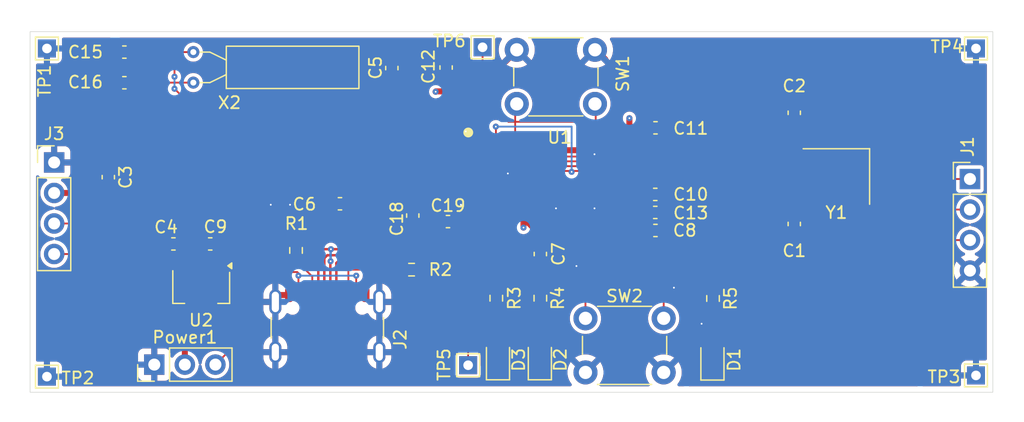
<source format=kicad_pcb>
(kicad_pcb (version 20241229) (generator "pcbnew") (generator_version "9.0")
  (layers (0 "F.Cu" signal) (4 "In1.Cu" signal) (6 "In2.Cu" signal) (2 "B.Cu" signal) (13 "F.Paste" user) (15 "B.Paste" user) (5 "F.SilkS" user "F.Silkscreen") (7 "B.SilkS" user "B.Silkscreen") (1 "F.Mask" user) (3 "B.Mask" user) (25 "Edge.Cuts" user))
  (net 0 "")
  (net 1 "GND")
  (net 2 "Net-(U1-XC1)")
  (net 3 "Net-(U1-XC2)")
  (net 4 "+3.3V")
  (net 5 "Net-(U1-DEC1)")
  (net 6 "Net-(U1-DEC5)")
  (net 7 "+5V")
  (net 8 "Net-(U1-DEC3)")
  (net 9 "/DEC4_6")
  (net 10 "Net-(U1-P0.00{slash}XL1)")
  (net 11 "Net-(U1-P0.01{slash}XL2)")
  (net 12 "Net-(U1-DECUSB)")
  (net 13 "Net-(D1-A)")
  (net 14 "Net-(D2-A)")
  (net 15 "Net-(D3-A)")
  (net 16 "Net-(J1-Pin_3)")
  (net 17 "Net-(J1-Pin_2)")
  (net 18 "Net-(J1-Pin_1)")
  (net 20 "/USBD+")
  (net 21 "/USBD-")
  (net 22 "Net-(J2-CC1)")
  (net 23 "Net-(J2-CC2)")
  (net 25 "Net-(J3-Pin_3)")
  (net 26 "Net-(J3-Pin_4)")
  (net 27 "/LED3")
  (net 28 "/LED2")
  (net 29 "/LED1")
  (net 30 "/BUTTON1")
  (footprint "Button_Switch_THT:SW_PUSH_6mm_H9.5mm" (layer "F.Cu") (at 140.44 81.51)
    (property "Reference" "SW1" (at 8.81 1.99 90) (layer "F.SilkS"))
    (property "Value" "SW_Push")
    (pad "1" thru_hole circle (at 0 0 90) (size 2 2) (drill 1.1) (layers "*.Cu" "*.Mask") (net 1 "GND"))
    (pad "1" thru_hole circle (at 6.5 0 90) (size 2 2) (drill 1.1) (layers "*.Cu" "*.Mask") (net 1 "GND"))
    (pad "2" thru_hole circle (at 0 4.5 90) (size 2 2) (drill 1.1) (layers "*.Cu" "*.Mask") (net 30 "/BUTTON1"))
    (pad "2" thru_hole circle (at 6.5 4.5 90) (size 2 2) (drill 1.1) (layers "*.Cu" "*.Mask") (net 30 "/BUTTON1"))
  )
  (footprint "E7020E:TestPoint_THTPad_1.5x1.5mm_Drill0.8mm" (layer "F.Cu") (at 178.6 81.4)
    (property "Reference" "TP4" (at -2.41 -0.14 0) (layer "F.SilkS"))
    (property "Value" "~")
    (pad "1" thru_hole rect (at 0 0) (size 1.5 1.5) (drill 0.8) (layers "*.Cu" "*.Mask") (net 1 "GND"))
  )
  (footprint "E7020E:TestPoint_THTPad_1.5x1.5mm_Drill0.8mm" (layer "F.Cu") (at 101.4 81.4)
    (property "Reference" "TP1" (at -0.2 2.7 90) (layer "F.SilkS"))
    (property "Value" "~")
    (pad "1" thru_hole rect (at 0 0) (size 1.5 1.5) (drill 0.8) (layers "*.Cu" "*.Mask") (net 1 "GND"))
  )
  (footprint "Connector_PinHeader_2.54mm:PinHeader_1x04_P2.54mm_Vertical" (layer "F.Cu") (at 178.1 92.26)
    (property "Reference" "J1" (at -0.2 -2.69 90) (layer "F.SilkS"))
    (property "Value" "SWD")
    (pad "1" thru_hole rect (at 0 0) (size 1.7 1.7) (drill 1) (layers "*.Cu" "*.Mask") (net 18 "Net-(J1-Pin_1)"))
    (pad "2" thru_hole circle (at 0 2.54) (size 1.7 1.7) (drill 1) (layers "*.Cu" "*.Mask") (net 17 "Net-(J1-Pin_2)"))
    (pad "3" thru_hole circle (at 0 5.08) (size 1.7 1.7) (drill 1) (layers "*.Cu" "*.Mask") (net 16 "Net-(J1-Pin_3)"))
    (pad "4" thru_hole circle (at 0 7.62) (size 1.7 1.7) (drill 1) (layers "*.Cu" "*.Mask") (net 1 "GND"))
  )
  (footprint "Capacitor_SMD:C_0603_1608Metric" (layer "F.Cu") (at 151.97 88)
    (property "Reference" "C11" (at 2.93 0.05 0) (layer "F.SilkS"))
    (property "Value" "100nF")
    (pad "1" smd roundrect (at -0.775 0) (size 0.9 0.95) (layers "F.Cu" "F.Mask" "F.Paste") (net 4 "+3.3V"))
    (pad "2" smd roundrect (at 0.775 0) (size 0.9 0.95) (layers "F.Cu" "F.Mask" "F.Paste") (net 1 "GND"))
  )
  (footprint "LED_SMD:LED_0805_2012Metric" (layer "F.Cu") (at 156.7 107.3 90)
    (property "Reference" "D1" (at 0 1.8 90) (layer "F.SilkS"))
    (property "Value" "LED")
    (pad "1" smd roundrect (at -0.9375 0 90) (size 0.975 1.4) (layers "F.Cu" "F.Mask" "F.Paste") (net 1 "GND"))
    (pad "2" smd roundrect (at 0.9375 0 90) (size 0.975 1.4) (layers "F.Cu" "F.Mask" "F.Paste") (net 13 "Net-(D1-A)"))
  )
  (footprint "Capacitor_SMD:C_0603_1608Metric" (layer "F.Cu") (at 130.06 83.03 90)
    (property "Reference" "C5" (at 0.03 -1.36 270) (layer "F.SilkS"))
    (property "Value" "100nF")
    (pad "1" smd roundrect (at -0.775 0 90) (size 0.9 0.95) (layers "F.Cu" "F.Mask" "F.Paste") (net 5 "Net-(U1-DEC1)"))
    (pad "2" smd roundrect (at 0.775 0 90) (size 0.9 0.95) (layers "F.Cu" "F.Mask" "F.Paste") (net 1 "GND"))
  )
  (footprint "Button_Switch_THT:SW_PUSH_6mm_H9.5mm" (layer "F.Cu") (at 152.65 108.35 180)
    (property "Reference" "SW2" (at 3.25 6.35 0) (layer "F.SilkS"))
    (property "Value" "RST")
    (pad "1" thru_hole circle (at 0 0 270) (size 2 2) (drill 1.1) (layers "*.Cu" "*.Mask") (net 1 "GND"))
    (pad "1" thru_hole circle (at 6.5 0 270) (size 2 2) (drill 1.1) (layers "*.Cu" "*.Mask") (net 1 "GND"))
    (pad "2" thru_hole circle (at 0 4.5 270) (size 2 2) (drill 1.1) (layers "*.Cu" "*.Mask") (net 16 "Net-(J1-Pin_3)"))
    (pad "2" thru_hole circle (at 6.5 4.5 270) (size 2 2) (drill 1.1) (layers "*.Cu" "*.Mask") (net 16 "Net-(J1-Pin_3)"))
  )
  (footprint "Capacitor_SMD:C_0603_1608Metric" (layer "F.Cu") (at 107.835 84.25)
    (property "Reference" "C16" (at -3.235 -0.05 0) (layer "F.SilkS"))
    (property "Value" "12pF")
    (pad "1" smd roundrect (at -0.775 0) (size 0.9 0.95) (layers "F.Cu" "F.Mask" "F.Paste") (net 1 "GND"))
    (pad "2" smd roundrect (at 0.775 0) (size 0.9 0.95) (layers "F.Cu" "F.Mask" "F.Paste") (net 11 "Net-(U1-P0.01{slash}XL2)"))
  )
  (footprint "Capacitor_SMD:C_0603_1608Metric" (layer "F.Cu") (at 131.8 95.3 -90)
    (property "Reference" "C18" (at 0.27 1.33 90) (layer "F.SilkS"))
    (property "Value" "4.7µF")
    (pad "1" smd roundrect (at -0.775 0 270) (size 0.9 0.95) (layers "F.Cu" "F.Mask" "F.Paste") (net 7 "+5V"))
    (pad "2" smd roundrect (at 0.775 0 270) (size 0.9 0.95) (layers "F.Cu" "F.Mask" "F.Paste") (net 1 "GND"))
  )
  (footprint "Capacitor_SMD:C_0603_1608Metric" (layer "F.Cu") (at 111.91 97.66 180)
    (property "Reference" "C4" (at 0.61 1.4 0) (layer "F.SilkS"))
    (property "Value" "2.2µF")
    (pad "1" smd roundrect (at -0.775 0 180) (size 0.9 0.95) (layers "F.Cu" "F.Mask" "F.Paste") (net 4 "+3.3V"))
    (pad "2" smd roundrect (at 0.775 0 180) (size 0.9 0.95) (layers "F.Cu" "F.Mask" "F.Paste") (net 1 "GND"))
  )
  (footprint "Capacitor_SMD:C_0603_1608Metric" (layer "F.Cu") (at 107.835 81.7)
    (property "Reference" "C15" (at -3.235 0 0) (layer "F.SilkS"))
    (property "Value" "12pF")
    (pad "1" smd roundrect (at -0.775 0) (size 0.9 0.95) (layers "F.Cu" "F.Mask" "F.Paste") (net 1 "GND"))
    (pad "2" smd roundrect (at 0.775 0) (size 0.9 0.95) (layers "F.Cu" "F.Mask" "F.Paste") (net 10 "Net-(U1-P0.00{slash}XL1)"))
  )
  (footprint "Package_TO_SOT_SMD:SOT-89-3" (layer "F.Cu") (at 114.22 101.25 -90)
    (property "Reference" "U2" (at 2.76 0.01 0) (layer "F.SilkS"))
    (property "Value" "MCP1700x-330xxMB")
    (pad "1" smd roundrect (at -1.95 -1.5 270) (size 1.3 0.9) (layers "F.Cu" "F.Mask" "F.Paste") (net 1 "GND"))
    (pad "2" smd custom (at -1.8625 0 270) (size 1.475 0.9) (layers "F.Cu" "F.Mask" "F.Paste") (net 7 "+5V") (options (clearance outline) (anchor rect)) (primitives (gr_poly (pts (xy 3.8625 0.8665) (xy 0.7375 0.8665) (xy 0.7375 -0.8665) (xy 3.8625 -0.8665)) (width 0) (fill yes))))
    (pad "3" smd roundrect (at -1.95 1.5 270) (size 1.3 0.9) (layers "F.Cu" "F.Mask" "F.Paste") (net 4 "+3.3V"))
  )
  (footprint "Connector_PinHeader_2.54mm:PinHeader_1x03_P2.54mm_Vertical" (layer "F.Cu") (at 110.32 107.7 90)
    (property "Reference" "Power1" (at 2.27 2.54 0) (layer "F.SilkS"))
    (property "Value" "-")
    (pad "1" thru_hole rect (at 0 0 90) (size 1.7 1.7) (drill 1) (layers "*.Cu" "*.Mask") (net 1 "GND"))
    (pad "2" thru_hole circle (at 0 2.54 90) (size 1.7 1.7) (drill 1) (layers "*.Cu" "*.Mask") (net 4 "+3.3V"))
    (pad "3" thru_hole circle (at 0 5.08 90) (size 1.7 1.7) (drill 1) (layers "*.Cu" "*.Mask") (net 7 "+5V"))
  )
  (footprint "Resistor_SMD:R_0603_1608Metric" (layer "F.Cu") (at 131.7 99.8 180)
    (property "Reference" "R2" (at -2.4 0 0) (layer "F.SilkS"))
    (property "Value" "5.1kOhm")
    (pad "1" smd roundrect (at -0.825 0 180) (size 0.8 0.95) (layers "F.Cu" "F.Mask" "F.Paste") (net 1 "GND"))
    (pad "2" smd roundrect (at 0.825 0 180) (size 0.8 0.95) (layers "F.Cu" "F.Mask" "F.Paste") (net 23 "Net-(J2-CC2)"))
  )
  (footprint "Resistor_SMD:R_0603_1608Metric" (layer "F.Cu") (at 156.75 102.1975 -90)
    (property "Reference" "R5" (at 0 -1.45 270) (layer "F.SilkS"))
    (property "Value" "330Ohm")
    (pad "1" smd roundrect (at -0.825 0 270) (size 0.8 0.95) (layers "F.Cu" "F.Mask" "F.Paste") (net 29 "/LED1"))
    (pad "2" smd roundrect (at 0.825 0 270) (size 0.8 0.95) (layers "F.Cu" "F.Mask" "F.Paste") (net 13 "Net-(D1-A)"))
  )
  (footprint "Capacitor_SMD:C_0603_1608Metric" (layer "F.Cu") (at 106.5 92.105 -90)
    (property "Reference" "C3" (at 0 -1.43 90) (layer "F.SilkS"))
    (property "Value" "1µF")
    (pad "1" smd roundrect (at -0.775 0 270) (size 0.9 0.95) (layers "F.Cu" "F.Mask" "F.Paste") (net 1 "GND"))
    (pad "2" smd roundrect (at 0.775 0 270) (size 0.9 0.95) (layers "F.Cu" "F.Mask" "F.Paste") (net 4 "+3.3V"))
  )
  (footprint "Capacitor_SMD:C_0603_1608Metric" (layer "F.Cu") (at 125.75 94.32 180)
    (property "Reference" "C6" (at 2.95 -0.04 0) (layer "F.SilkS"))
    (property "Value" "4.7µF")
    (pad "1" smd roundrect (at -0.775 0 180) (size 0.9 0.95) (layers "F.Cu" "F.Mask" "F.Paste") (net 4 "+3.3V"))
    (pad "2" smd roundrect (at 0.775 0 180) (size 0.9 0.95) (layers "F.Cu" "F.Mask" "F.Paste") (net 1 "GND"))
  )
  (footprint "E7020E:TestPoint_THTPad_1.5x1.5mm_Drill0.8mm" (layer "F.Cu") (at 101.4 108.7)
    (property "Reference" "TP2" (at 2.58 0.12 0) (layer "F.SilkS"))
    (property "Value" "~")
    (pad "1" thru_hole rect (at 0 0) (size 1.5 1.5) (drill 0.8) (layers "*.Cu" "*.Mask") (net 1 "GND"))
  )
  (footprint "Resistor_SMD:R_0603_1608Metric" (layer "F.Cu") (at 122.1 98.2 -90)
    (property "Reference" "R1" (at -2.23 -0.04 180) (layer "F.SilkS"))
    (property "Value" "5.1kOhm")
    (pad "1" smd roundrect (at -0.825 0 270) (size 0.8 0.95) (layers "F.Cu" "F.Mask" "F.Paste") (net 1 "GND"))
    (pad "2" smd roundrect (at 0.825 0 270) (size 0.8 0.95) (layers "F.Cu" "F.Mask" "F.Paste") (net 22 "Net-(J2-CC1)"))
  )
  (footprint "Crystal:Crystal_AT310_D3.0mm_L10.0mm_Horizontal" (layer "F.Cu") (at 113.565 84.24 90)
    (property "Reference" "X2" (at -1.67 3.0025 0) (layer "F.SilkS"))
    (property "Value" "32kHz")
    (pad "1" thru_hole circle (at 0 0 90) (size 1 1) (drill 0.5) (layers "*.Cu" "*.Mask") (net 11 "Net-(U1-P0.01{slash}XL2)"))
    (pad "2" thru_hole circle (at 2.54 0 90) (size 1 1) (drill 0.5) (layers "*.Cu" "*.Mask") (net 10 "Net-(U1-P0.00{slash}XL1)"))
  )
  (footprint "Capacitor_SMD:C_0603_1608Metric" (layer "F.Cu") (at 163.5 96 -90)
    (property "Reference" "C1" (at 2.23 0 0) (layer "F.SilkS"))
    (property "Value" "12pF")
    (pad "1" smd roundrect (at -0.775 0 270) (size 0.9 0.95) (layers "F.Cu" "F.Mask" "F.Paste") (net 2 "Net-(U1-XC1)"))
    (pad "2" smd roundrect (at 0.775 0 270) (size 0.9 0.95) (layers "F.Cu" "F.Mask" "F.Paste") (net 1 "GND"))
  )
  (footprint "Capacitor_SMD:C_0603_1608Metric" (layer "F.Cu") (at 134.725 95.8 180)
    (property "Reference" "C19" (at 0 1.33 0) (layer "F.SilkS"))
    (property "Value" "4.7µF")
    (pad "1" smd roundrect (at -0.775 0 180) (size 0.9 0.95) (layers "F.Cu" "F.Mask" "F.Paste") (net 12 "Net-(U1-DECUSB)"))
    (pad "2" smd roundrect (at 0.775 0 180) (size 0.9 0.95) (layers "F.Cu" "F.Mask" "F.Paste") (net 1 "GND"))
  )
  (footprint "Capacitor_SMD:C_0603_1608Metric" (layer "F.Cu") (at 163.5 86.75 90)
    (property "Reference" "C2" (at 2.23 0 180) (layer "F.SilkS"))
    (property "Value" "12pF")
    (pad "1" smd roundrect (at -0.775 0 90) (size 0.9 0.95) (layers "F.Cu" "F.Mask" "F.Paste") (net 3 "Net-(U1-XC2)"))
    (pad "2" smd roundrect (at 0.775 0 90) (size 0.9 0.95) (layers "F.Cu" "F.Mask" "F.Paste") (net 1 "GND"))
  )
  (footprint "E7020E:TestPoint_THTPad_1.5x1.5mm_Drill0.8mm" (layer "F.Cu") (at 137.6 81.3)
    (property "Reference" "TP6" (at -2.76 -0.52 0) (layer "F.SilkS"))
    (property "Value" "~")
    (pad "1" thru_hole rect (at 0 0) (size 1.5 1.5) (drill 0.8) (layers "*.Cu" "*.Mask") (net 30 "/BUTTON1"))
  )
  (footprint "Capacitor_SMD:C_0603_1608Metric" (layer "F.Cu") (at 151.965 96.54)
    (property "Reference" "C8" (at 2.435 0 180) (layer "F.SilkS"))
    (property "Value" "820pF")
    (pad "1" smd roundrect (at -0.775 0) (size 0.9 0.95) (layers "F.Cu" "F.Mask" "F.Paste") (net 6 "Net-(U1-DEC5)"))
    (pad "2" smd roundrect (at 0.775 0) (size 0.9 0.95) (layers "F.Cu" "F.Mask" "F.Paste") (net 1 "GND"))
  )
  (footprint "LED_SMD:LED_0805_2012Metric" (layer "F.Cu") (at 142.36 107.2775 90)
    (property "Reference" "D2" (at -0.0225 1.7 90) (layer "F.SilkS"))
    (property "Value" "LED")
    (pad "1" smd roundrect (at -0.9375 0 90) (size 0.975 1.4) (layers "F.Cu" "F.Mask" "F.Paste") (net 1 "GND"))
    (pad "2" smd roundrect (at 0.9375 0 90) (size 0.975 1.4) (layers "F.Cu" "F.Mask" "F.Paste") (net 14 "Net-(D2-A)"))
  )
  (footprint "LED_SMD:LED_0805_2012Metric" (layer "F.Cu") (at 138.88 107.2775 90)
    (property "Reference" "D3" (at -0.0225 1.72 90) (layer "F.SilkS"))
    (property "Value" "LED")
    (pad "1" smd roundrect (at -0.9375 0 90) (size 0.975 1.4) (layers "F.Cu" "F.Mask" "F.Paste") (net 1 "GND"))
    (pad "2" smd roundrect (at 0.9375 0 90) (size 0.975 1.4) (layers "F.Cu" "F.Mask" "F.Paste") (net 15 "Net-(D3-A)"))
  )
  (footprint "E7020E:TestPoint_THTPad_1.5x1.5mm_Drill0.8mm" (layer "F.Cu") (at 178.6 108.6)
    (property "Reference" "TP3" (at -2.66 0.12 0) (layer "F.SilkS"))
    (property "Value" "~")
    (pad "1" thru_hole rect (at 0 0) (size 1.5 1.5) (drill 0.8) (layers "*.Cu" "*.Mask") (net 1 "GND"))
  )
  (footprint "Capacitor_SMD:C_0603_1608Metric" (layer "F.Cu") (at 151.95 95.04 180)
    (property "Reference" "C13" (at -2.95 -0.05 180) (layer "F.SilkS"))
    (property "Value" "1µF")
    (pad "1" smd roundrect (at -0.775 0 180) (size 0.9 0.95) (layers "F.Cu" "F.Mask" "F.Paste") (net 1 "GND"))
    (pad "2" smd roundrect (at 0.775 0 180) (size 0.9 0.95) (layers "F.Cu" "F.Mask" "F.Paste") (net 9 "/DEC4_6"))
  )
  (footprint "Capacitor_SMD:C_0603_1608Metric" (layer "F.Cu") (at 151.95 93.54)
    (property "Reference" "C10" (at 2.95 0 0) (layer "F.SilkS"))
    (property "Value" "100pF")
    (pad "1" smd roundrect (at -0.775 0) (size 0.9 0.95) (layers "F.Cu" "F.Mask" "F.Paste") (net 8 "Net-(U1-DEC3)"))
    (pad "2" smd roundrect (at 0.775 0) (size 0.9 0.95) (layers "F.Cu" "F.Mask" "F.Paste") (net 1 "GND"))
  )
  (footprint "Connector_USB:USB_C_Receptacle_GCT_USB4105-xx-A_16P_TopMnt_Horizontal" (layer "F.Cu") (at 124.7 105.59)
    (property "Reference" "J2" (at 6.06 0.01 90) (layer "F.SilkS"))
    (property "Value" "USB_C_Receptacle_USB2.0_16P")
    (pad "" np_thru_hole circle (at -2.89 -2.605) (size 0.65 0.65) (drill 0.65) (layers "*.Cu" "*.Mask"))
    (pad "" np_thru_hole circle (at 2.89 -2.605) (size 0.65 0.65) (drill 0.65) (layers "*.Cu" "*.Mask"))
    (pad "A1" smd roundrect (at -3.2 -3.68) (size 0.6 1.15) (layers "F.Cu" "F.Mask" "F.Paste") (net 1 "GND"))
    (pad "A4" smd roundrect (at -2.4 -3.68) (size 0.6 1.15) (layers "F.Cu" "F.Mask" "F.Paste") (net 7 "+5V"))
    (pad "A5" smd roundrect (at -1.25 -3.68) (size 0.3 1.15) (layers "F.Cu" "F.Mask" "F.Paste") (net 22 "Net-(J2-CC1)"))
    (pad "A6" smd roundrect (at -0.25 -3.68) (size 0.3 1.15) (layers "F.Cu" "F.Mask" "F.Paste") (net 20 "/USBD+"))
    (pad "A7" smd roundrect (at 0.25 -3.68) (size 0.3 1.15) (layers "F.Cu" "F.Mask" "F.Paste") (net 21 "/USBD-"))
    (pad "A8" smd roundrect (at 1.25 -3.68) (size 0.3 1.15) (layers "F.Cu" "F.Mask" "F.Paste"))
    (pad "A9" smd roundrect (at 2.4 -3.68) (size 0.6 1.15) (layers "F.Cu" "F.Mask" "F.Paste") (net 7 "+5V"))
    (pad "A12" smd roundrect (at 3.2 -3.68) (size 0.6 1.15) (layers "F.Cu" "F.Mask" "F.Paste") (net 1 "GND"))
    (pad "B1" smd roundrect (at 3.2 -3.68) (size 0.6 1.15) (layers "F.Cu" "F.Mask" "F.Paste") (net 1 "GND"))
    (pad "B4" smd roundrect (at 2.4 -3.68) (size 0.6 1.15) (layers "F.Cu" "F.Mask" "F.Paste") (net 7 "+5V"))
    (pad "B5" smd roundrect (at 1.75 -3.68) (size 0.3 1.15) (layers "F.Cu" "F.Mask" "F.Paste") (net 23 "Net-(J2-CC2)"))
    (pad "B6" smd roundrect (at 0.75 -3.68) (size 0.3 1.15) (layers "F.Cu" "F.Mask" "F.Paste") (net 20 "/USBD+"))
    (pad "B7" smd roundrect (at -0.75 -3.68) (size 0.3 1.15) (layers "F.Cu" "F.Mask" "F.Paste") (net 21 "/USBD-"))
    (pad "B8" smd roundrect (at -1.75 -3.68) (size 0.3 1.15) (layers "F.Cu" "F.Mask" "F.Paste"))
    (pad "B9" smd roundrect (at -2.4 -3.68) (size 0.6 1.15) (layers "F.Cu" "F.Mask" "F.Paste") (net 7 "+5V"))
    (pad "B12" smd roundrect (at -3.2 -3.68) (size 0.6 1.15) (layers "F.Cu" "F.Mask" "F.Paste") (net 1 "GND"))
    (pad "S1" thru_hole oval (at -4.32 -3.105) (size 1 2.1) (drill oval 0.6 1.7) (property pad_prop_heatsink) (layers "*.Cu" "*.Mask" "F.Paste") (net 1 "GND"))
    (pad "S1" thru_hole oval (at -4.32 1.075) (size 1 1.8) (drill oval 0.6 1.4) (property pad_prop_heatsink) (layers "*.Cu" "*.Mask" "F.Paste") (net 1 "GND"))
    (pad "S1" thru_hole oval (at 4.32 -3.105) (size 1 2.1) (drill oval 0.6 1.7) (property pad_prop_heatsink) (layers "*.Cu" "*.Mask" "F.Paste") (net 1 "GND"))
    (pad "S1" thru_hole oval (at 4.32 1.075) (size 1 1.8) (drill oval 0.6 1.4) (property pad_prop_heatsink) (layers "*.Cu" "*.Mask" "F.Paste") (net 1 "GND"))
  )
  (footprint "E7020E:TestPoint_THTPad_1.5x1.5mm_Drill0.8mm" (layer "F.Cu") (at 136.4 107.75)
    (property "Reference" "TP5" (at -2 -0.05 90) (layer "F.SilkS"))
    (property "Value" "~")
    (pad "1" thru_hole rect (at 0 0) (size 1.5 1.5) (drill 0.8) (layers "*.Cu" "*.Mask") (net 27 "/LED3"))
  )
  (footprint "Connector_PinHeader_2.54mm:PinHeader_1x04_P2.54mm_Vertical" (layer "F.Cu") (at 102 90.88)
    (property "Reference" "J3" (at 0 -2.38 0) (layer "F.SilkS"))
    (property "Value" "DISP")
    (pad "1" thru_hole rect (at 0 0) (size 1.7 1.7) (drill 1) (layers "*.Cu" "*.Mask") (net 1 "GND"))
    (pad "2" thru_hole circle (at 0 2.54) (size 1.7 1.7) (drill 1) (layers "*.Cu" "*.Mask") (net 4 "+3.3V"))
    (pad "3" thru_hole circle (at 0 5.08) (size 1.7 1.7) (drill 1) (layers "*.Cu" "*.Mask") (net 25 "Net-(J3-Pin_3)"))
    (pad "4" thru_hole circle (at 0 7.62) (size 1.7 1.7) (drill 1) (layers "*.Cu" "*.Mask") (net 26 "Net-(J3-Pin_4)"))
  )
  (footprint "Crystal:Crystal_SMD_3225-4Pin_3.2x2.5mm_HandSoldering" (layer "F.Cu") (at 167 92.05 180)
    (property "Reference" "Y1" (at 0 -3 0) (layer "F.SilkS"))
    (property "Value" "32MHz")
    (pad "1" smd roundrect (at -1.45 1.15 180) (size 2.1 1.8) (layers "F.Cu" "F.Mask" "F.Paste") (roundrect_rratio 0.138889) (net 3 "Net-(U1-XC2)"))
    (pad "2" smd roundrect (at 1.45 1.15 180) (size 2.1 1.8) (layers "F.Cu" "F.Mask" "F.Paste") (roundrect_rratio 0.138889) (net 1 "GND"))
    (pad "3" smd roundrect (at 1.45 -1.15 180) (size 2.1 1.8) (layers "F.Cu" "F.Mask" "F.Paste") (roundrect_rratio 0.138889) (net 2 "Net-(U1-XC1)"))
    (pad "4" smd roundrect (at -1.45 -1.15 180) (size 2.1 1.8) (layers "F.Cu" "F.Mask" "F.Paste") (roundrect_rratio 0.138889) (net 1 "GND"))
  )
  (footprint "Resistor_SMD:R_0603_1608Metric" (layer "F.Cu") (at 142.4 102.175 -90)
    (property "Reference" "R4" (at 0 -1.45 270) (layer "F.SilkS"))
    (property "Value" "330Ohm")
    (pad "1" smd roundrect (at -0.825 0 270) (size 0.8 0.95) (layers "F.Cu" "F.Mask" "F.Paste") (net 28 "/LED2"))
    (pad "2" smd roundrect (at 0.825 0 270) (size 0.8 0.95) (layers "F.Cu" "F.Mask" "F.Paste") (net 14 "Net-(D2-A)"))
  )
  (footprint "Capacitor_SMD:C_0603_1608Metric" (layer "F.Cu") (at 134.57 82.985 90)
    (property "Reference" "C12" (at 0.085 -1.47 270) (layer "F.SilkS"))
    (property "Value" "1.0µF")
    (pad "1" smd roundrect (at -0.775 0 90) (size 0.9 0.95) (layers "F.Cu" "F.Mask" "F.Paste") (net 4 "+3.3V"))
    (pad "2" smd roundrect (at 0.775 0 90) (size 0.9 0.95) (layers "F.Cu" "F.Mask" "F.Paste") (net 1 "GND"))
  )
  (footprint "Capacitor_SMD:C_0603_1608Metric" (layer "F.Cu") (at 114.97 97.66)
    (property "Reference" "C9" (at 0.43 -1.43 0) (layer "F.SilkS"))
    (property "Value" "2.2µF")
    (pad "1" smd roundrect (at -0.775 0) (size 0.9 0.95) (layers "F.Cu" "F.Mask" "F.Paste") (net 7 "+5V"))
    (pad "2" smd roundrect (at 0.775 0) (size 0.9 0.95) (layers "F.Cu" "F.Mask" "F.Paste") (net 1 "GND"))
  )
  (footprint "Capacitor_SMD:C_0603_1608Metric" (layer "F.Cu") (at 142.4 98.5 -90)
    (property "Reference" "C7" (at 0 -1.5 270) (layer "F.SilkS"))
    (property "Value" "100nF")
    (pad "1" smd roundrect (at -0.775 0 270) (size 0.9 0.95) (layers "F.Cu" "F.Mask" "F.Paste") (net 4 "+3.3V"))
    (pad "2" smd roundrect (at 0.775 0 270) (size 0.9 0.95) (layers "F.Cu" "F.Mask" "F.Paste") (net 1 "GND"))
  )
  (footprint "Resistor_SMD:R_0603_1608Metric" (layer "F.Cu") (at 138.74 102.175 -90)
    (property "Reference" "R3" (at 0 -1.5 270) (layer "F.SilkS"))
    (property "Value" "330Ohm")
    (pad "1" smd roundrect (at -0.825 0 270) (size 0.8 0.95) (layers "F.Cu" "F.Mask" "F.Paste") (net 27 "/LED3"))
    (pad "2" smd roundrect (at 0.825 0 270) (size 0.8 0.95) (layers "F.Cu" "F.Mask" "F.Paste") (net 15 "Net-(D3-A)"))
  )
  (footprint "E7020E:QFN-40-1EP_5x5mm_P0.4mm_EP3.6x3.6mm" (layer "F.Cu") (at 139.71 91.79)
    (property "Reference" "U1" (at 4.29 -2.99 0) (layer "F.SilkS"))
    (property "Value" "nRF52833-QDxx")
    (fp_poly (pts (xy -2.5 -2.5) (xy -2.5 -3) (xy -2.6 -3) (xy -2.6 -2.6) (xy -3 -2.6) (xy -3 -2.5)) (stroke (width 0.2)) (fill yes) (layer "F.Cu"))
    (fp_poly (pts (xy -2.5 2.5) (xy -3 2.5) (xy -3 2.6) (xy -2.6 2.6) (xy -2.6 3) (xy -2.5 3)) (stroke (width 0.2)) (fill yes) (layer "F.Cu"))
    (fp_poly (pts (xy 2.5 -2.5) (xy 3 -2.5) (xy 3 -2.6) (xy 2.6 -2.6) (xy 2.6 -3) (xy 2.5 -3)) (stroke (width 0.2)) (fill yes) (layer "F.Cu"))
    (fp_poly (pts (xy 2.5 2.5) (xy 2.5 3) (xy 2.6 3) (xy 2.6 2.6) (xy 3 2.6) (xy 3 2.5)) (stroke (width 0.2)) (fill yes) (layer "F.Cu"))
    (pad "1" smd roundrect (at -2.49 -1.8) (size 0.725 0.25) (layers "F.Cu" "F.Mask") (net 5 "Net-(U1-DEC1)"))
    (pad "2" smd roundrect (at -2.49 -1.4) (size 0.725 0.25) (layers "F.Cu" "F.Mask") (net 10 "Net-(U1-P0.00{slash}XL1)"))
    (pad "3" smd roundrect (at -2.49 -1) (size 0.725 0.25) (layers "F.Cu" "F.Mask") (net 11 "Net-(U1-P0.01{slash}XL2)"))
    (pad "4" smd roundrect (at -2.49 -0.6) (size 0.725 0.25) (layers "F.Cu" "F.Mask"))
    (pad "5" smd roundrect (at -2.49 -0.2) (size 0.725 0.25) (layers "F.Cu" "F.Mask"))
    (pad "6" smd roundrect (at -2.49 0.2) (size 0.725 0.25) (layers "F.Cu" "F.Mask") (net 25 "Net-(J3-Pin_3)"))
    (pad "7" smd roundrect (at -2.49 0.6) (size 0.725 0.25) (layers "F.Cu" "F.Mask") (net 26 "Net-(J3-Pin_4)"))
    (pad "8" smd roundrect (at -2.49 1) (size 0.725 0.25) (layers "F.Cu" "F.Mask") (net 4 "+3.3V"))
    (pad "9" smd roundrect (at -2.49 1.4) (size 0.725 0.25) (layers "F.Cu" "F.Mask") (net 4 "+3.3V"))
    (pad "10" smd roundrect (at -2.49 1.8) (size 0.725 0.25) (layers "F.Cu" "F.Mask") (net 7 "+5V"))
    (pad "11" smd roundrect (at -1.8 2.49) (size 0.25 0.725) (layers "F.Cu" "F.Mask") (net 12 "Net-(U1-DECUSB)"))
    (pad "12" smd roundrect (at -1.4 2.49) (size 0.25 0.725) (layers "F.Cu" "F.Mask") (net 21 "/USBD-"))
    (pad "13" smd roundrect (at -1 2.49) (size 0.25 0.725) (layers "F.Cu" "F.Mask") (net 20 "/USBD+"))
    (pad "14" smd roundrect (at -0.6 2.49) (size 0.25 0.725) (layers "F.Cu" "F.Mask") (net 27 "/LED3"))
    (pad "15" smd roundrect (at -0.2 2.49) (size 0.25 0.725) (layers "F.Cu" "F.Mask") (net 28 "/LED2"))
    (pad "16" smd roundrect (at 0.2 2.49) (size 0.25 0.725) (layers "F.Cu" "F.Mask") (net 16 "Net-(J1-Pin_3)"))
    (pad "17" smd roundrect (at 0.6 2.49) (size 0.25 0.725) (layers "F.Cu" "F.Mask") (net 29 "/LED1"))
    (pad "18" smd roundrect (at 1 2.49) (size 0.25 0.725) (layers "F.Cu" "F.Mask") (net 4 "+3.3V"))
    (pad "19" smd roundrect (at 1.4 2.49) (size 0.25 0.725) (layers "F.Cu" "F.Mask") (net 17 "Net-(J1-Pin_2)"))
    (pad "20" smd roundrect (at 1.8 2.49) (size 0.25 0.725) (layers "F.Cu" "F.Mask") (net 18 "Net-(J1-Pin_1)"))
    (pad "21" smd roundrect (at 2.49 1.8) (size 0.725 0.25) (layers "F.Cu" "F.Mask") (net 6 "Net-(U1-DEC5)"))
    (pad "22" smd roundrect (at 2.49 1.4) (size 0.725 0.25) (layers "F.Cu" "F.Mask"))
    (pad "23" smd roundrect (at 2.49 1) (size 0.725 0.25) (layers "F.Cu" "F.Mask"))
    (pad "24" smd roundrect (at 2.49 0.6) (size 0.725 0.25) (layers "F.Cu" "F.Mask"))
    (pad "25" smd roundrect (at 2.49 0.2) (size 0.725 0.25) (layers "F.Cu" "F.Mask"))
    (pad "26" smd roundrect (at 2.49 -0.2) (size 0.725 0.25) (layers "F.Cu" "F.Mask") (net 9 "/DEC4_6"))
    (pad "27" smd roundrect (at 2.49 -0.6) (size 0.725 0.25) (layers "F.Cu" "F.Mask") (net 8 "Net-(U1-DEC3)"))
    (pad "28" smd roundrect (at 2.49 -1) (size 0.725 0.25) (layers "F.Cu" "F.Mask") (net 2 "Net-(U1-XC1)"))
    (pad "29" smd roundrect (at 2.49 -1.4) (size 0.725 0.25) (layers "F.Cu" "F.Mask") (net 3 "Net-(U1-XC2)"))
    (pad "30" smd roundrect (at 2.49 -1.8) (size 0.725 0.25) (layers "F.Cu" "F.Mask") (net 4 "+3.3V"))
    (pad "31" smd roundrect (at 1.8 -2.49) (size 0.25 0.725) (layers "F.Cu" "F.Mask"))
    (pad "32" smd roundrect (at 1.4 -2.49) (size 0.25 0.725) (layers "F.Cu" "F.Mask"))
    (pad "33" smd roundrect (at 1 -2.49) (size 0.25 0.725) (layers "F.Cu" "F.Mask"))
    (pad "34" smd roundrect (at 0.6 -2.49) (size 0.25 0.725) (layers "F.Cu" "F.Mask") (net 30 "/BUTTON1"))
    (pad "35" smd roundrect (at 0.2 -2.49) (size 0.25 0.725) (layers "F.Cu" "F.Mask"))
    (pad "36" smd roundrect (at -0.2 -2.49) (size 0.25 0.725) (layers "F.Cu" "F.Mask"))
    (pad "37" smd roundrect (at -0.6 -2.49) (size 0.25 0.725) (layers "F.Cu" "F.Mask") (net 1 "GND"))
    (pad "38" smd roundrect (at -1 -2.49) (size 0.25 0.725) (layers "F.Cu" "F.Mask") (net 9 "/DEC4_6"))
    (pad "39" smd roundrect (at -1.4 -2.49) (size 0.25 0.725) (layers "F.Cu" "F.Mask"))
    (pad "40" smd roundrect (at -1.8 -2.49) (size 0.25 0.725) (layers "F.Cu" "F.Mask") (net 4 "+3.3V"))
    (pad "41" smd rect (at 0 0) (size 3.5 3.5) (property pad_prop_heatsink) (layers "F.Cu" "F.Mask") (net 1 "GND"))
  )
  (gr_rect (start 100 80) (end 180 110) (stroke (width 0.05)) (fill no) (layer "Edge.Cuts"))
  (segment (start 146.94 81.51) (end 147.01 81.51) (width 0.5) (layer "F.Cu") (net 1))
  (segment (start 147.01 81.51) (end 147.8 82.3) (width 0.5) (layer "F.Cu") (net 1))
  (segment (start 102 90.88) (end 106.05 90.88) (width 0.5) (layer "F.Cu") (net 1))
  (segment (start 165.55 90.9) (end 163.7 90.9) (width 0.5) (layer "F.Cu") (net 1))
  (segment (start 140.44 81.56) (end 139.5 82.5) (width 0.5) (layer "F.Cu") (net 1))
  (segment (start 106.5 91.33) (end 106.46 91.29) (width 0.5) (layer "F.Cu") (net 1))
  (segment (start 139.71 91.79) (end 139.7 91.8) (width 0.5) (layer "F.Cu") (net 1))
  (segment (start 127.9 101.91) (end 127.9 100.5) (width 0.5) (layer "F.Cu") (net 1))
  (segment (start 121.5 101.91) (end 121.5 100.6) (width 0.5) (layer "F.Cu") (net 1))
  (segment (start 124.975 94.32) (end 124.12 94.32) (width 0.5) (layer "F.Cu") (net 1))
  (segment (start 140.44 81.51) (end 140.44 81.56) (width 0.5) (layer "F.Cu") (net 1))
  (segment (start 178.6 81.4) (end 178.6 82.6) (width 0.5) (layer "F.Cu") (net 1))
  (segment (start 139.11 89.89) (end 139.1 89.9) (width 0.2) (layer "F.Cu") (net 1))
  (segment (start 139.11 89.3) (end 139.11 89.89) (width 0.2) (layer "F.Cu") (net 1))
  (segment (start 106.05 90.88) (end 106.5 91.33) (width 0.5) (layer "F.Cu") (net 1))
  (via (at 135.8 94.4) (size 0.5) (drill 0.15) (layers "F.Cu" "B.Cu") (net 1))
  (via (at 145.4 99.5) (size 0.5) (drill 0.15) (layers "F.Cu" "B.Cu") (net 1))
  (via (at 120 94.4) (size 0.5) (drill 0.15) (layers "F.Cu" "B.Cu") (net 1))
  (via (at 136.2 88.3) (size 0.5) (drill 0.15) (layers "F.Cu" "B.Cu") (net 1))
  (via (at 143.7 94.7) (size 0.5) (drill 0.15) (layers "F.Cu" "B.Cu") (net 1))
  (via (at 155.8 104.3) (size 0.5) (drill 0.15) (layers "F.Cu" "B.Cu") (net 1))
  (via (at 146.9 94.7) (size 0.5) (drill 0.15) (layers "F.Cu" "B.Cu") (net 1))
  (via (at 153.5 101.3) (size 0.5) (drill 0.15) (layers "F.Cu" "B.Cu") (net 1))
  (via (at 121.6 94.4) (size 0.5) (drill 0.15) (layers "F.Cu" "B.Cu") (net 1))
  (via (at 139.7 91.8) (size 0.5) (drill 0.15) (layers "F.Cu" "B.Cu") (net 1))
  (via (at 146.9 90.2) (size 0.5) (drill 0.15) (layers "F.Cu" "B.Cu") (net 1))
  (segment (start 153.5 102) (end 155.8 104.3) (width 0.5) (layer "B.Cu") (net 1))
  (segment (start 146.9 94.7) (end 146.9 90.2) (width 0.5) (layer "B.Cu") (net 1))
  (segment (start 146.9 94.7) (end 145.4 96.2) (width 0.5) (layer "B.Cu") (net 1))
  (segment (start 153.5 101.3) (end 153.5 102) (width 0.5) (layer "B.Cu") (net 1))
  (segment (start 138.4 91.8) (end 135.8 94.4) (width 0.5) (layer "B.Cu") (net 1))
  (segment (start 146.9 94.7) (end 153.5 101.3) (width 0.5) (layer "B.Cu") (net 1))
  (segment (start 142.6 94.7) (end 143.7 94.7) (width 0.5) (layer "B.Cu") (net 1))
  (segment (start 139.7 91.8) (end 138.4 91.8) (width 0.5) (layer "B.Cu") (net 1))
  (segment (start 135.8 94.4) (end 121.6 94.4) (width 0.5) (layer "B.Cu") (net 1))
  (segment (start 139.7 91.8) (end 142.6 94.7) (width 0.5) (layer "B.Cu") (net 1))
  (segment (start 121.6 94.4) (end 120 94.4) (width 0.5) (layer "B.Cu") (net 1))
  (segment (start 145.4 96.2) (end 145.4 99.5) (width 0.5) (layer "B.Cu") (net 1))
  (segment (start 139.7 91.8) (end 136.2 88.3) (width 0.5) (layer "B.Cu") (net 1))
  (segment (start 143.7 94.7) (end 146.9 94.7) (width 0.5) (layer "B.Cu") (net 1))
  (segment (start 163.5 93.2) (end 158.2 93.2) (width 0.15) (layer "F.Cu") (net 2))
  (segment (start 155.79 90.79) (end 142.2 90.79) (width 0.15) (layer "F.Cu") (net 2))
  (segment (start 163.5 93.2) (end 163.5 95.225) (width 0.15) (layer "F.Cu") (net 2))
  (segment (start 165.55 93.2) (end 163.5 93.2) (width 0.15) (layer "F.Cu") (net 2))
  (segment (start 158.2 93.2) (end 155.79 90.79) (width 0.15) (layer "F.Cu") (net 2))
  (segment (start 168.45 90.9) (end 167.05 89.5) (width 0.15) (layer "F.Cu") (net 3))
  (segment (start 146.673166 89.5) (end 145.783166 90.39) (width 0.15) (layer "F.Cu") (net 3))
  (segment (start 145.783166 90.39) (end 142.2 90.39) (width 0.15) (layer "F.Cu") (net 3))
  (segment (start 166 89.5) (end 163.5 89.5) (width 0.15) (layer "F.Cu") (net 3))
  (segment (start 163.5 89.5) (end 163.5 87.525) (width 0.15) (layer "F.Cu") (net 3))
  (segment (start 167.05 89.5) (end 166 89.5) (width 0.15) (layer "F.Cu") (net 3))
  (segment (start 163.5 89.5) (end 146.673166 89.5) (width 0.15) (layer "F.Cu") (net 3))
  (segment (start 142.4 96.9) (end 141 95.5) (width 0.5) (layer "F.Cu") (net 4))
  (segment (start 141 95.5) (end 140.8 95.3) (width 0.5) (layer "F.Cu") (net 4))
  (segment (start 149.8 88) (end 149.8 87.2) (width 0.5) (layer "F.Cu") (net 4))
  (segment (start 112.685 93.815) (end 113.584 92.916) (width 0.5) (layer "F.Cu") (net 4))
  (segment (start 137.8 88.2) (end 137.784 88.216) (width 0.5) (layer "F.Cu") (net 4))
  (segment (start 105.96 93.42) (end 106.5 92.88) (width 0.5) (layer "F.Cu") (net 4))
  (segment (start 140.71 95.21) (end 140.8 95.3) (width 0.2) (layer "F.Cu") (net 4))
  (segment (start 145.636 89.864) (end 142.326 89.864) (width 0.5) (layer "F.Cu") (net 4))
  (segment (start 137.784 88.216) (end 137.784 89.3) (width 0.5) (layer "F.Cu") (net 4))
  (segment (start 134.57 84.97) (end 137.8 88.2) (width 0.5) (layer "F.Cu") (net 4))
  (segment (start 134.57 83.76) (end 134.57 84.97) (width 0.5) (layer "F.Cu") (net 4))
  (segment (start 113.584 92.916) (end 127.929 92.916) (width 0.5) (layer "F.Cu") (net 4))
  (segment (start 134.57 84.97) (end 133.73 84.97) (width 0.5) (layer "F.Cu") (net 4))
  (segment (start 112.86 99.44) (end 112.72 99.3) (width 0.5) (layer "F.Cu") (net 4))
  (segment (start 127.929 92.916) (end 130 92.916) (width 0.5) (layer "F.Cu") (net 4))
  (segment (start 112.86 107.7) (end 112.86 99.44) (width 0.5) (layer "F.Cu") (net 4))
  (segment (start 142.4 97.725) (end 142.4 96.9) (width 0.5) (layer "F.Cu") (net 4))
  (segment (start 112.72 97.695) (end 112.685 97.66) (width 0.5) (layer "F.Cu") (net 4))
  (segment (start 147.5 88) (end 145.636 89.864) (width 0.5) (layer "F.Cu") (net 4))
  (segment (start 130 92.916) (end 137.094 92.916) (width 0.5) (layer "F.Cu") (net 4))
  (segment (start 140.71 94.28) (end 140.71 95.21) (width 0.2) (layer "F.Cu") (net 4))
  (segment (start 112.685 97.66) (end 112.685 93.815) (width 0.5) (layer "F.Cu") (net 4))
  (segment (start 126.525 94.32) (end 127.929 92.916) (width 0.5) (layer "F.Cu") (net 4))
  (segment (start 105.1 93.42) (end 105.96 93.42) (width 0.5) (layer "F.Cu") (net 4))
  (segment (start 133.73 84.97) (end 133.7 85) (width 0.5) (layer "F.Cu") (net 4))
  (segment (start 141 95.5) (end 141 96.3) (width 0.5) (layer "F.Cu") (net 4))
  (segment (start 102 93.42) (end 105.1 93.42) (width 0.5) (layer "F.Cu") (net 4))
  (segment (start 151.195 88) (end 149.8 88) (width 0.5) (layer "F.Cu") (net 4))
  (segment (start 149.8 88) (end 147.5 88) (width 0.5) (layer "F.Cu") (net 4))
  (segment (start 112.72 107.77) (end 112.75 107.8) (width 0.5) (layer "F.Cu") (net 4))
  (segment (start 112.72 99.3) (end 112.72 97.695) (width 0.5) (layer "F.Cu") (net 4))
  (via (at 133.7 85) (size 0.5) (drill 0.15) (layers "F.Cu" "B.Cu") (net 4))
  (via (at 141 96.3) (size 0.5) (drill 0.15) (layers "F.Cu" "B.Cu") (net 4))
  (via (at 149.8 87.2) (size 0.5) (drill 0.15) (layers "F.Cu" "B.Cu") (net 4))
  (segment (start 136.245 89.99) (end 137.22 89.99) (width 0.15) (layer "F.Cu") (net 5))
  (segment (start 130.06 83.805) (end 136.245 89.99) (width 0.15) (layer "F.Cu") (net 5))
  (segment (start 147.34 93.59) (end 142.2 93.59) (width 0.15) (layer "F.Cu") (net 6))
  (segment (start 150.29 96.54) (end 147.34 93.59) (width 0.15) (layer "F.Cu") (net 6))
  (segment (start 151.19 96.54) (end 150.29 96.54) (width 0.15) (layer "F.Cu") (net 6))
  (segment (start 118 100) (end 117.75 100.25) (width 0.15) (layer "F.Cu") (net 7))
  (segment (start 131.8 93.59) (end 132.5 93.59) (width 0.15) (layer "F.Cu") (net 7))
  (segment (start 120.94 95.2) (end 120.94 93.582) (width 0.15) (layer "F.Cu") (net 7))
  (segment (start 114.195 98.005) (end 114.22 98.03) (width 0.15) (layer "F.Cu") (net 7))
  (segment (start 127.1 101.91) (end 127.1 100.3) (width 0.15) (layer "F.Cu") (net 7))
  (segment (start 124.1 95.3) (end 127.2 95.3) (width 0.15) (layer "F.Cu") (net 7))
  (segment (start 114.195 97.66) (end 114.195 98.005) (width 0.15) (layer "F.Cu") (net 7))
  (segment (start 128.91 93.59) (end 131.8 93.59) (width 0.15) (layer "F.Cu") (net 7))
  (segment (start 114.195 93.447) (end 114.195 97.66) (width 0.15) (layer "F.Cu") (net 7))
  (segment (start 122.3 100.1) (end 122.2 100) (width 0.15) (layer "F.Cu") (net 7))
  (segment (start 114.25 98) (end 114.195 98.055) (width 0.15) (layer "F.Cu") (net 7))
  (segment (start 122.2 100) (end 120.94 100) (width 0.15) (layer "F.Cu") (net 7))
  (segment (start 120.94 100) (end 120.94 95.2) (width 0.15) (layer "F.Cu") (net 7))
  (segment (start 131.8 94.525) (end 131.8 93.59) (width 0.15) (layer "F.Cu") (net 7))
  (segment (start 114.25 93.392) (end 114.195 93.447) (width 0.15) (layer "F.Cu") (net 7))
  (segment (start 132.5 93.59) (end 137.22 93.59) (width 0.15) (layer "F.Cu") (net 7))
  (segment (start 120.94 95.2) (end 124 95.2) (width 0.15) (layer "F.Cu") (net 7))
  (segment (start 122.3 101.91) (end 122.3 100.3) (width 0.15) (layer "F.Cu") (net 7))
  (segment (start 120.75 93.392) (end 114.25 93.392) (width 0.15) (layer "F.Cu") (net 7))
  (segment (start 120.94 100) (end 118 100) (width 0.15) (layer "F.Cu") (net 7))
  (segment (start 117.75 105.35) (end 115.4 107.7) (width 0.15) (layer "F.Cu") (net 7))
  (segment (start 124 95.2) (end 124.1 95.3) (width 0.15) (layer "F.Cu") (net 7))
  (segment (start 122.3 100.3) (end 122.3 100.1) (width 0.15) (layer "F.Cu") (net 7))
  (segment (start 127.2 95.3) (end 128.91 93.59) (width 0.15) (layer "F.Cu") (net 7))
  (segment (start 117.75 100.25) (end 117.75 105.35) (width 0.15) (layer "F.Cu") (net 7))
  (segment (start 114.22 98.03) (end 114.22 99.3875) (width 0.15) (layer "F.Cu") (net 7))
  (segment (start 120.94 93.582) (end 120.75 93.392) (width 0.15) (layer "F.Cu") (net 7))
  (via (at 122.3 100.3) (size 0.5) (drill 0.15) (layers "F.Cu" "B.Cu") (net 7))
  (via (at 127.1 100.3) (size 0.5) (drill 0.15) (layers "F.Cu" "B.Cu") (net 7))
  (segment (start 127.1 100.3) (end 122.3 100.3) (width 0.15) (layer "B.Cu") (net 7))
  (segment (start 151.175 93.54) (end 148.29 93.54) (width 0.15) (layer "F.Cu") (net 8))
  (segment (start 145.94 91.19) (end 142.2 91.19) (width 0.15) (layer "F.Cu") (net 8))
  (segment (start 148.29 93.54) (end 145.94 91.19) (width 0.15) (layer "F.Cu") (net 8))
  (segment (start 145.84 91.59) (end 142.2 91.59) (width 0.15) (layer "F.Cu") (net 9))
  (segment (start 138.71 87.91) (end 138.7 87.9) (width 0.15) (layer "F.Cu") (net 9))
  (segment (start 151.175 95.04) (end 149.29 95.04) (width 0.15) (layer "F.Cu") (net 9))
  (segment (start 138.71 89.3) (end 138.71 87.91) (width 0.15) (layer "F.Cu") (net 9))
  (segment (start 149.29 95.04) (end 145.84 91.59) (width 0.15) (layer "F.Cu") (net 9))
  (via (at 145 91.665) (size 0.5) (drill 0.15) (layers "F.Cu" "B.Cu") (net 9))
  (via (at 138.7 87.9) (size 0.5) (drill 0.15) (layers "F.Cu" "B.Cu") (net 9))
  (segment (start 145 87.9) (end 145 91.665) (width 0.15) (layer "B.Cu") (net 9))
  (segment (start 138.7 87.9) (end 145 87.9) (width 0.15) (layer "B.Cu") (net 9))
  (segment (start 112 84.75) (end 117.64 90.39) (width 0.15) (layer "F.Cu") (net 10))
  (segment (start 113.565 81.7) (end 112 81.7) (width 0.15) (layer "F.Cu") (net 10))
  (segment (start 117.64 90.39) (end 137.22 90.39) (width 0.15) (layer "F.Cu") (net 10))
  (segment (start 112 81.7) (end 108.61 81.7) (width 0.15) (layer "F.Cu") (net 10))
  (segment (start 112 81.7) (end 112 83.75) (width 0.15) (layer "F.Cu") (net 10))
  (via (at 112 83.75) (size 0.5) (drill 0.15) (layers "F.Cu" "B.Cu") (net 10))
  (via (at 112 84.75) (size 0.5) (drill 0.15) (layers "F.Cu" "B.Cu") (net 10))
  (segment (start 112 83.75) (end 112 84.75) (width 0.15) (layer "B.Cu") (net 10))
  (segment (start 116.3 90.79) (end 137.22 90.79) (width 0.15) (layer "F.Cu") (net 11))
  (segment (start 113.565 84.24) (end 109.75 84.24) (width 0.15) (layer "F.Cu") (net 11))
  (segment (start 109.75 84.24) (end 116.3 90.79) (width 0.15) (layer "F.Cu") (net 11))
  (segment (start 109.75 84.24) (end 108.62 84.24) (width 0.15) (layer "F.Cu") (net 11))
  (segment (start 108.62 84.24) (end 108.61 84.25) (width 0.15) (layer "F.Cu") (net 11))
  (segment (start 135.5 95.8) (end 136.752499 95.8) (width 0.15) (layer "F.Cu") (net 12))
  (segment (start 137.91 94.642499) (end 137.91 94.28) (width 0.15) (layer "F.Cu") (net 12))
  (segment (start 136.752499 95.8) (end 137.91 94.642499) (width 0.15) (layer "F.Cu") (net 12))
  (segment (start 156.75 103.0225) (end 156.75 106.3125) (width 0.15) (layer "F.Cu") (net 13))
  (segment (start 156.75 106.3125) (end 156.7 106.3625) (width 0.15) (layer "F.Cu") (net 13))
  (segment (start 142.4 106.3) (end 142.36 106.34) (width 0.15) (layer "F.Cu") (net 14))
  (segment (start 142.4 103) (end 142.4 106.3) (width 0.15) (layer "F.Cu") (net 14))
  (segment (start 138.74 106.2) (end 138.88 106.34) (width 0.15) (layer "F.Cu") (net 15))
  (segment (start 138.74 103) (end 138.74 106.2) (width 0.15) (layer "F.Cu") (net 15))
  (segment (start 145.301 100.601) (end 146.1 100.601) (width 0.15) (layer "F.Cu") (net 16))
  (segment (start 146.15 100.651) (end 146.15 103.85) (width 0.15) (layer "F.Cu") (net 16))
  (segment (start 154.8 101.5) (end 154.8 109.424) (width 0.15) (layer "F.Cu") (net 16))
  (segment (start 146.1 100.601) (end 152.2 100.601) (width 0.15) (layer "F.Cu") (net 16))
  (segment (start 154.8 109.424) (end 173.7 109.424) (width 0.15) (layer "F.Cu") (net 16))
  (segment (start 146.1 100.601) (end 146.15 100.651) (width 0.15) (layer "F.Cu") (net 16))
  (segment (start 152.301 100.601) (end 152.65 100.95) (width 0.15) (layer "F.Cu") (net 16))
  (segment (start 173.86 97.34) (end 178.1 97.34) (width 0.15) (layer "F.Cu") (net 16))
  (segment (start 173.7 97.5) (end 173.86 97.34) (width 0.15) (layer "F.Cu") (net 16))
  (segment (start 145.301 100.601) (end 141.175322 100.601) (width 0.15) (layer "F.Cu") (net 16))
  (segment (start 152.65 100.95) (end 152.65 103.85) (width 0.15) (layer "F.Cu") (net 16))
  (segment (start 152.2 100.601) (end 153.901 100.601) (width 0.15) (layer "F.Cu") (net 16))
  (segment (start 141.175322 100.601) (end 139.91 99.335678) (width 0.15) (layer "F.Cu") (net 16))
  (segment (start 152.2 100.601) (end 152.301 100.601) (width 0.15) (layer "F.Cu") (net 16))
  (segment (start 173.7 109.424) (end 173.7 97.5) (width 0.15) (layer "F.Cu") (net 16))
  (segment (start 139.91 99.335678) (end 139.91 94.28) (width 0.15) (layer "F.Cu") (net 16))
  (segment (start 153.901 100.601) (end 154.8 101.5) (width 0.15) (layer "F.Cu") (net 16))
  (segment (start 143.7 96.6) (end 143.057768 96.6) (width 0.15) (layer "F.Cu") (net 17))
  (segment (start 141.11 94.652232) (end 141.11 94.28) (width 0.15) (layer "F.Cu") (net 17))
  (segment (start 168.5 100) (end 147.1 100) (width 0.15) (layer "F.Cu") (net 17))
  (segment (start 147.1 100) (end 143.7 96.6) (width 0.15) (layer "F.Cu") (net 17))
  (segment (start 178.1 94.8) (end 173.7 94.8) (width 0.15) (layer "F.Cu") (net 17))
  (segment (start 143.057768 96.6) (end 141.11 94.652232) (width 0.15) (layer "F.Cu") (net 17))
  (segment (start 173.7 94.8) (end 168.5 100) (width 0.15) (layer "F.Cu") (net 17))
  (segment (start 141.51 94.28) (end 141.51 94.609) (width 0.15) (layer "F.Cu") (net 18))
  (segment (start 168.375322 99.699) (end 175.814322 92.26) (width 0.15) (layer "F.Cu") (net 18))
  (segment (start 175.814322 92.26) (end 178.1 92.26) (width 0.15) (layer "F.Cu") (net 18))
  (segment (start 147.224678 99.699) (end 168.375322 99.699) (width 0.15) (layer "F.Cu") (net 18))
  (segment (start 143.824678 96.299) (end 147.224678 99.699) (width 0.15) (layer "F.Cu") (net 18))
  (segment (start 143.2 96.299) (end 143.824678 96.299) (width 0.15) (layer "F.Cu") (net 18))
  (segment (start 141.51 94.609) (end 143.2 96.299) (width 0.15) (layer "F.Cu") (net 18))
  (segment (start 124.7 98.6) (end 126.1 98.6) (width 0.2) (layer "F.Cu") (net 20))
  (segment (start 138.71 98.19) (end 138.71 94.28) (width 0.2) (layer "F.Cu") (net 20))
  (segment (start 125.45 101.91) (end 125.45 99.25) (width 0.2) (layer "F.Cu") (net 20))
  (segment (start 138.3 98.6) (end 138.71 98.19) (width 0.2) (layer "F.Cu") (net 20))
  (segment (start 125.45 99.25) (end 126.1 98.6) (width 0.2) (layer "F.Cu") (net 20))
  (segment (start 124.45 101.91) (end 124.45 98.85) (width 0.2) (layer "F.Cu") (net 20))
  (segment (start 124.45 98.85) (end 124.7 98.6) (width 0.2) (layer "F.Cu") (net 20))
  (segment (start 126.1 98.6) (end 138.3 98.6) (width 0.2) (layer "F.Cu") (net 20))
  (segment (start 124.95 99.12303) (end 124.97303 99.1) (width 0.2) (layer "F.Cu") (net 21))
  (segment (start 124.95 101.91) (end 124.95 99.12303) (width 0.2) (layer "F.Cu") (net 21))
  (segment (start 125 98.1) (end 124.4 98.1) (width 0.2) (layer "F.Cu") (net 21))
  (segment (start 137.9 98.1) (end 125 98.1) (width 0.2) (layer "F.Cu") (net 21))
  (segment (start 138.31 97.69) (end 137.9 98.1) (width 0.2) (layer "F.Cu") (net 21))
  (segment (start 138.31 94.28) (end 138.31 97.69) (width 0.2) (layer "F.Cu") (net 21))
  (segment (start 124.4 98.1) (end 123.95 98.55) (width 0.2) (layer "F.Cu") (net 21))
  (segment (start 123.95 98.55) (end 123.95 101.91) (width 0.2) (layer "F.Cu") (net 21))
  (via (at 125 98.1) (size 0.5) (drill 0.15) (layers "F.Cu" "B.Cu") (net 21))
  (via (at 124.97303 99.1) (size 0.5) (drill 0.15) (layers "F.Cu" "B.Cu") (net 21))
  (segment (start 124.97303 98.12697) (end 125 98.1) (width 0.2) (layer "B.Cu") (net 21))
  (segment (start 124.97303 99.1) (end 124.97303 98.12697) (width 0.2) (layer "B.Cu") (net 21))
  (segment (start 123.45 101.91) (end 123.45 100.375) (width 0.15) (layer "F.Cu") (net 22))
  (segment (start 123.45 100.375) (end 122.1 99.025) (width 0.15) (layer "F.Cu") (net 22))
  (segment (start 126.45 99.85) (end 126.5 99.8) (width 0.15) (layer "F.Cu") (net 23))
  (segment (start 126.5 99.8) (end 130.875 99.8) (width 0.15) (layer "F.Cu") (net 23))
  (segment (start 126.42 101.88) (end 126.45 101.91) (width 0.15) (layer "F.Cu") (net 23))
  (segment (start 126.45 101.45) (end 126.5 101.4) (width 0.15) (layer "F.Cu") (net 23))
  (segment (start 126.45 101.91) (end 126.45 101.45) (width 0.15) (layer "F.Cu") (net 23))
  (segment (start 126.45 101.91) (end 126.45 99.85) (width 0.15) (layer "F.Cu") (net 23))
  (segment (start 102 95.96) (end 106.34 95.96) (width 0.15) (layer "F.Cu") (net 25))
  (segment (start 110.31 91.99) (end 137.22 91.99) (width 0.15) (layer "F.Cu") (net 25))
  (segment (start 106.34 95.96) (end 110.31 91.99) (width 0.15) (layer "F.Cu") (net 25))
  (segment (start 104.5 98.5) (end 102 98.5) (width 0.15) (layer "F.Cu") (net 26))
  (segment (start 110.61 92.39) (end 137.22 92.39) (width 0.15) (layer "F.Cu") (net 26))
  (segment (start 104.5 98.5) (end 110.61 92.39) (width 0.15) (layer "F.Cu") (net 26))
  (segment (start 136.94 99.66) (end 138.74 99.66) (width 0.15) (layer "F.Cu") (net 27))
  (segment (start 139.11 99.29) (end 139.11 94.28) (width 0.15) (layer "F.Cu") (net 27))
  (segment (start 136.4 100.2) (end 136.94 99.66) (width 0.15) (layer "F.Cu") (net 27))
  (segment (start 138.74 99.66) (end 139.11 99.29) (width 0.15) (layer "F.Cu") (net 27))
  (segment (start 136.4 107.75) (end 136.4 100.2) (width 0.15) (layer "F.Cu") (net 27))
  (segment (start 138.74 101.35) (end 138.74 99.66) (width 0.15) (layer "F.Cu") (net 27))
  (segment (start 139.51 99.361356) (end 141.498644 101.35) (width 0.15) (layer "F.Cu") (net 28))
  (segment (start 139.51 99.361356) (end 139.51 94.28) (width 0.15) (layer "F.Cu") (net 28))
  (segment (start 141.498644 101.35) (end 142.4 101.35) (width 0.15) (layer "F.Cu") (net 28))
  (segment (start 155.6775 100.3) (end 141.3 100.3) (width 0.15) (layer "F.Cu") (net 29))
  (segment (start 140.31 99.31) (end 140.31 94.28) (width 0.15) (layer "F.Cu") (net 29))
  (segment (start 141.3 100.3) (end 140.31 99.31) (width 0.15) (layer "F.Cu") (net 29))
  (segment (start 156.75 101.3725) (end 155.6775 100.3) (width 0.15) (layer "F.Cu") (net 29))
  (segment (start 140.44 86.01) (end 140.31 86.14) (width 0.15) (layer "F.Cu") (net 30))
  (segment (start 140.31 87.5) (end 140.31 89.3) (width 0.15) (layer "F.Cu") (net 30))
  (segment (start 147 86.07) (end 146.94 86.01) (width 0.15) (layer "F.Cu") (net 30))
  (segment (start 140.31 87.5) (end 147 87.5) (width 0.15) (layer "F.Cu") (net 30))
  (segment (start 139.75 87.5) (end 140.31 87.5) (width 0.15) (layer "F.Cu") (net 30))
  (segment (start 137.6 85.35) (end 139.75 87.5) (width 0.15) (layer "F.Cu") (net 30))
  (segment (start 137.6 81.3) (end 137.6 85.35) (width 0.15) (layer "F.Cu") (net 30))
  (segment (start 147 87.5) (end 147 86.07) (width 0.15) (layer "F.Cu") (net 30))
  (segment (start 140.31 86.14) (end 140.31 87.5) (width 0.15) (layer "F.Cu") (net 30))
  (zone (net 1) (net_name "GND") (layers "F.Cu" "B.Cu") (connect_pads (clearance 0.3)) (min_thickness 0.25) (fill yes (thermal_gap 0.5) (thermal_bridge_width 0.5))
    (polygon (pts (xy 97.6 77.366579) (xy 182.6 77.366579) (xy 182.6 111.866579) (xy 182.1 112.366579) (xy 98.1 112.366579) (xy 97.6 111.866579)))
  )
)
</source>
